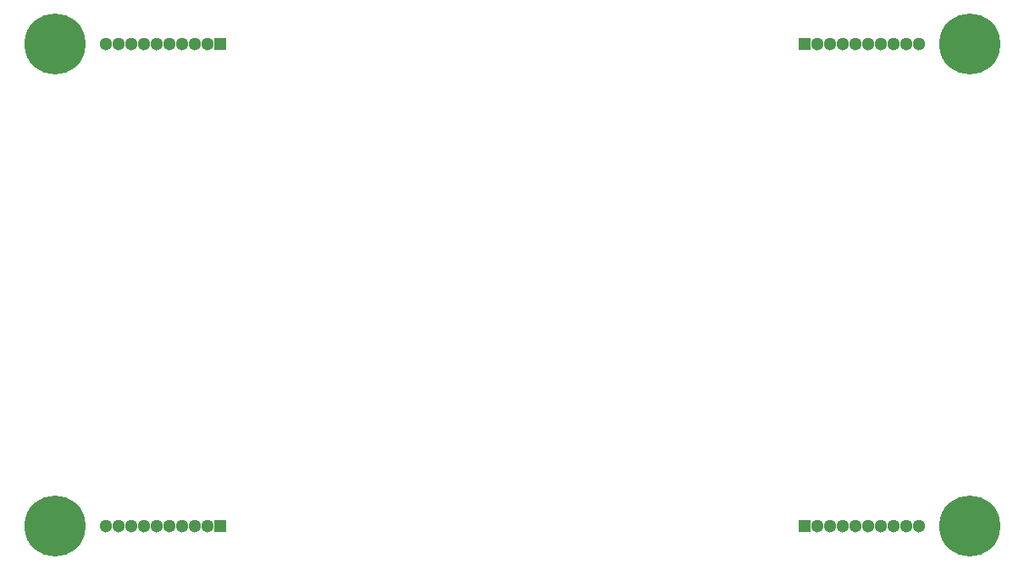
<source format=gbs>
G04*
G04 #@! TF.GenerationSoftware,Altium Limited,Altium Designer,20.1.8 (145)*
G04*
G04 Layer_Color=16711935*
%FSLAX25Y25*%
%MOIN*%
G70*
G04*
G04 #@! TF.SameCoordinates,B2F8307C-7DD5-46F7-85BE-D442A9776901*
G04*
G04*
G04 #@! TF.FilePolarity,Negative*
G04*
G01*
G75*
%ADD80R,0.05118X0.05118*%
%ADD81C,0.05118*%
%ADD82C,0.24016*%
D80*
X80000Y205000D02*
D03*
X310000D02*
D03*
Y15000D02*
D03*
X80000D02*
D03*
D81*
X75000Y205000D02*
D03*
X70000D02*
D03*
X65000D02*
D03*
X60000D02*
D03*
X55000D02*
D03*
X50000D02*
D03*
X45000D02*
D03*
X40000D02*
D03*
X35000D02*
D03*
X315000D02*
D03*
X320000D02*
D03*
X325000D02*
D03*
X330000D02*
D03*
X335000D02*
D03*
X340000D02*
D03*
X345000D02*
D03*
X350000D02*
D03*
X355000D02*
D03*
X315000Y15000D02*
D03*
X320000D02*
D03*
X325000D02*
D03*
X330000D02*
D03*
X335000D02*
D03*
X340000D02*
D03*
X345000D02*
D03*
X350000D02*
D03*
X355000D02*
D03*
X75000D02*
D03*
X70000D02*
D03*
X65000D02*
D03*
X60000D02*
D03*
X55000D02*
D03*
X50000D02*
D03*
X45000D02*
D03*
X40000D02*
D03*
X35000D02*
D03*
D82*
X15000D02*
D03*
X375000D02*
D03*
X15000Y205000D02*
D03*
X375000D02*
D03*
M02*

</source>
